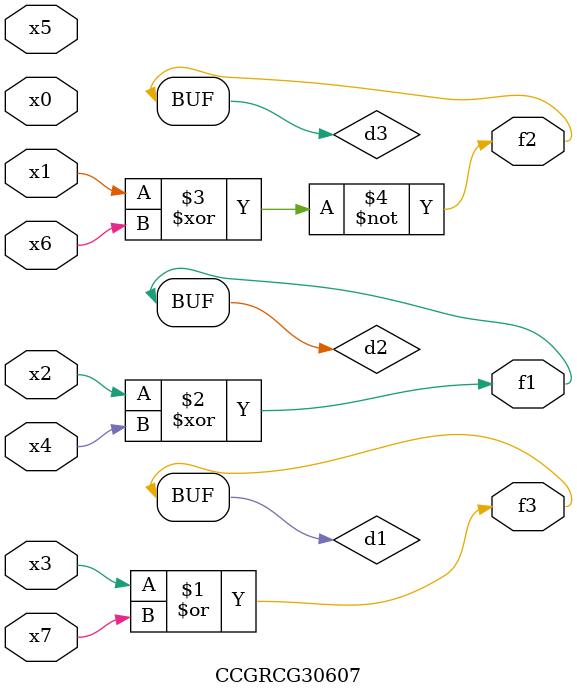
<source format=v>
module CCGRCG30607(
	input x0, x1, x2, x3, x4, x5, x6, x7,
	output f1, f2, f3
);

	wire d1, d2, d3;

	or (d1, x3, x7);
	xor (d2, x2, x4);
	xnor (d3, x1, x6);
	assign f1 = d2;
	assign f2 = d3;
	assign f3 = d1;
endmodule

</source>
